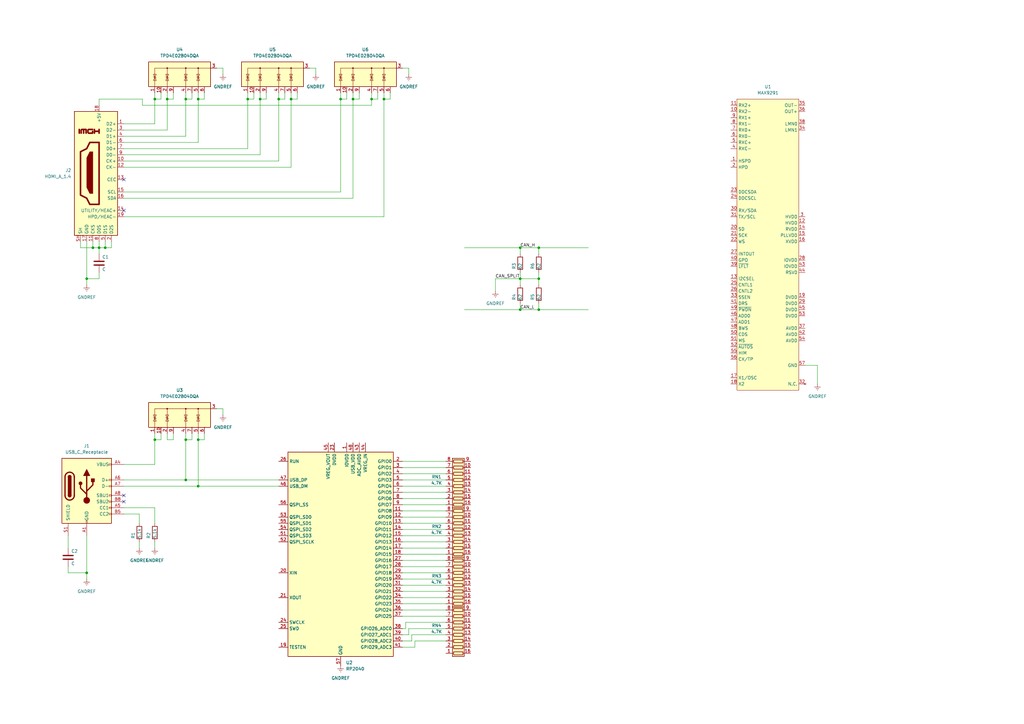
<source format=kicad_sch>
(kicad_sch (version 20230121) (generator eeschema)
  (paper "A3")
  (lib_symbols
    (symbol "Connector:HDMI_A_1.4"
      (property "Reference" "J" (at -6.35 26.67 0))
      (property "Value" "HDMI_A_1.4" (at 10.16 26.67 0))
      (symbol "HDMI_A_1.4_0_0"
        (polyline (pts (xy 8.128 16.51) (xy 8.128 18.034)) (stroke (width 0.635)))
        (polyline (pts (xy 0 16.51) (xy 0 18.034) (xy 0 17.272) (xy 1.905 17.272) (xy 1.905 18.034) (xy 1.905 16.51)) (stroke (width 0.635)))
        (polyline (pts (xy 2.667 18.034) (xy 4.318 18.034) (xy 4.572 17.78) (xy 4.572 16.764) (xy 4.318 16.51) (xy 2.667 16.51) (xy 2.667 17.272)) (stroke (width 0.635)))
      )
      (symbol "HDMI_A_1.4_0_1"
        (rectangle (start -7.62 25.4) (end 10.16 -25.4) (stroke (width 0.254)) (fill (type background)))
        (polyline (pts (xy 2.54 8.89) (xy 3.81 8.89) (xy 5.08 6.35) (xy 5.08 -5.715) (xy 3.81 -8.255) (xy 2.54 -8.255) (xy 2.54 8.89)) (fill (type outline)))
        (polyline (pts (xy 5.334 16.51) (xy 5.334 18.034) (xy 6.35 18.034) (xy 6.35 16.51) (xy 6.35 18.034) (xy 7.112 18.034) (xy 7.366 17.78) (xy 7.366 16.51)) (stroke (width 0.635)))
        (polyline (pts (xy 0 12.7) (xy 0 -12.7) (xy 3.81 -12.7) (xy 5.08 -10.16) (xy 7.62 -8.89) (xy 7.62 8.89) (xy 5.08 10.16) (xy 3.81 12.7) (xy 0 12.7)) (stroke (width 0.635)))
      )
      (symbol "HDMI_A_1.4_1_1"
        (pin passive line (at -10.16 20.32 0) (length 2.54) (name "D2+") (number "1"))
        (pin passive line (at -10.16 5.08 0) (length 2.54) (name "CK+") (number "10"))
        (pin power_in line (at 2.54 -27.94 90) (length 2.54) (name "CKS") (number "11"))
        (pin passive line (at -10.16 2.54 0) (length 2.54) (name "CK-") (number "12"))
        (pin bidirectional line (at -10.16 -2.54 0) (length 2.54) (name "CEC") (number "13"))
        (pin passive line (at -10.16 -15.24 0) (length 2.54) (name "UTILITY/HEAC+") (number "14"))
        (pin passive line (at -10.16 -7.62 0) (length 2.54) (name "SCL") (number "15"))
        (pin bidirectional line (at -10.16 -10.16 0) (length 2.54) (name "SDA") (number "16"))
        (pin power_in line (at 5.08 -27.94 90) (length 2.54) (name "GND") (number "17"))
        (pin power_in line (at 0 27.94 270) (length 2.54) (name "+5V") (number "18"))
        (pin passive line (at -10.16 -17.78 0) (length 2.54) (name "HPD/HEAC-") (number "19"))
        (pin power_in line (at -5.08 -27.94 90) (length 2.54) (name "D2S") (number "2"))
        (pin passive line (at -10.16 17.78 0) (length 2.54) (name "D2-") (number "3"))
        (pin passive line (at -10.16 15.24 0) (length 2.54) (name "D1+") (number "4"))
        (pin power_in line (at -2.54 -27.94 90) (length 2.54) (name "D1S") (number "5"))
        (pin passive line (at -10.16 12.7 0) (length 2.54) (name "D1-") (number "6"))
        (pin passive line (at -10.16 10.16 0) (length 2.54) (name "D0+") (number "7"))
        (pin power_in line (at 0 -27.94 90) (length 2.54) (name "D0S") (number "8"))
        (pin passive line (at -10.16 7.62 0) (length 2.54) (name "D0-") (number "9"))
        (pin passive line (at 7.62 -27.94 90) (length 2.54) (name "SH") (number "SH"))
      )
    )
    (symbol "Device:C" (pin_numbers hide) (pin_names (offset 0.254))
      (property "Reference" "C" (at 0.635 2.54 0))
      (property "Value" "C" (at 0.635 -2.54 0))
      (symbol "C_0_1"
        (polyline (pts (xy -2.032 -0.762) (xy 2.032 -0.762)) (stroke (width 0.508)))
        (polyline (pts (xy -2.032 0.762) (xy 2.032 0.762)) (stroke (width 0.508)))
      )
      (symbol "C_1_1"
        (pin passive line (at 0 3.81 270) (length 2.794) (name "~") (number "1"))
        (pin passive line (at 0 -3.81 90) (length 2.794) (name "~") (number "2"))
      )
    )
    (symbol "Device:R" (pin_numbers hide) (pin_names (offset 0))
      (property "Reference" "R" (at 2.032 0 90))
      (property "Value" "R" (at 0 0 90))
      (symbol "R_0_1"
        (rectangle (start -1.016 -2.54) (end 1.016 2.54) (stroke (width 0.254)))
      )
      (symbol "R_1_1"
        (pin passive line (at 0 3.81 270) (length 1.27) (name "~") (number "1"))
        (pin passive line (at 0 -3.81 90) (length 1.27) (name "~") (number "2"))
      )
    )
    (symbol "Device:R_Pack08" (pin_names (offset 0) hide)
      (property "Reference" "RN" (at -12.7 0 90))
      (property "Value" "R_Pack08" (at 10.16 0 90))
      (symbol "R_Pack08_0_1"
        (rectangle (start -11.43 -2.413) (end 8.89 2.413) (stroke (width 0.254)) (fill (type background)))
        (rectangle (start -10.795 1.905) (end -9.525 -1.905) (stroke (width 0.254)))
        (rectangle (start -8.255 1.905) (end -6.985 -1.905) (stroke (width 0.254)))
        (rectangle (start -5.715 1.905) (end -4.445 -1.905) (stroke (width 0.254)))
        (rectangle (start -3.175 1.905) (end -1.905 -1.905) (stroke (width 0.254)))
        (rectangle (start -0.635 1.905) (end 0.635 -1.905) (stroke (width 0.254)))
        (polyline (pts (xy -10.16 -2.54) (xy -10.16 -1.905)))
        (polyline (pts (xy -10.16 1.905) (xy -10.16 2.54)))
        (polyline (pts (xy -7.62 -2.54) (xy -7.62 -1.905)))
        (polyline (pts (xy -7.62 1.905) (xy -7.62 2.54)))
        (polyline (pts (xy -5.08 -2.54) (xy -5.08 -1.905)))
        (polyline (pts (xy -5.08 1.905) (xy -5.08 2.54)))
        (polyline (pts (xy -2.54 -2.54) (xy -2.54 -1.905)))
        (polyline (pts (xy -2.54 1.905) (xy -2.54 2.54)))
        (polyline (pts (xy 0 -2.54) (xy 0 -1.905)))
        (polyline (pts (xy 0 1.905) (xy 0 2.54)))
        (polyline (pts (xy 2.54 -2.54) (xy 2.54 -1.905)))
        (polyline (pts (xy 2.54 1.905) (xy 2.54 2.54)))
        (polyline (pts (xy 5.08 -2.54) (xy 5.08 -1.905)))
        (polyline (pts (xy 5.08 1.905) (xy 5.08 2.54)))
        (polyline (pts (xy 7.62 -2.54) (xy 7.62 -1.905)))
        (polyline (pts (xy 7.62 1.905) (xy 7.62 2.54)))
        (rectangle (start 1.905 1.905) (end 3.175 -1.905) (stroke (width 0.254)))
        (rectangle (start 4.445 1.905) (end 5.715 -1.905) (stroke (width 0.254)))
        (rectangle (start 6.985 1.905) (end 8.255 -1.905) (stroke (width 0.254)))
      )
      (symbol "R_Pack08_1_1"
        (pin passive line (at -10.16 -5.08 90) (length 2.54) (name "R1.1") (number "1"))
        (pin passive line (at 5.08 5.08 270) (length 2.54) (name "R7.2") (number "10"))
        (pin passive line (at 2.54 5.08 270) (length 2.54) (name "R6.2") (number "11"))
        (pin passive line (at 0 5.08 270) (length 2.54) (name "R5.2") (number "12"))
        (pin passive line (at -2.54 5.08 270) (length 2.54) (name "R4.2") (number "13"))
        (pin passive line (at -5.08 5.08 270) (length 2.54) (name "R3.2") (number "14"))
        (pin passive line (at -7.62 5.08 270) (length 2.54) (name "R2.2") (number "15"))
        (pin passive line (at -10.16 5.08 270) (length 2.54) (name "R1.2") (number "16"))
        (pin passive line (at -7.62 -5.08 90) (length 2.54) (name "R2.1") (number "2"))
        (pin passive line (at -5.08 -5.08 90) (length 2.54) (name "R3.1") (number "3"))
        (pin passive line (at -2.54 -5.08 90) (length 2.54) (name "R4.1") (number "4"))
        (pin passive line (at 0 -5.08 90) (length 2.54) (name "R5.1") (number "5"))
        (pin passive line (at 2.54 -5.08 90) (length 2.54) (name "R6.1") (number "6"))
        (pin passive line (at 5.08 -5.08 90) (length 2.54) (name "R7.1") (number "7"))
        (pin passive line (at 7.62 -5.08 90) (length 2.54) (name "R8.1") (number "8"))
        (pin passive line (at 7.62 5.08 270) (length 2.54) (name "R8.2") (number "9"))
      )
    )
    (symbol "MCU_RaspberryPi:RP2040"
      (property "Reference" "U" (at 17.78 45.72 0))
      (property "Value" "RP2040" (at 17.78 43.18 0))
      (symbol "RP2040_0_1"
        (rectangle (start -21.59 41.91) (end 21.59 -41.91) (stroke (width 0.254)) (fill (type background)))
      )
      (symbol "RP2040_1_1"
        (pin power_in line (at 2.54 45.72 270) (length 3.81) (name "IOVDD") (number "1"))
        (pin passive line (at 2.54 45.72 270) (length 3.81) hide (name "IOVDD") (number "10"))
        (pin bidirectional line (at 25.4 17.78 180) (length 3.81) (name "GPIO8") (number "11"))
        (pin bidirectional line (at 25.4 15.24 180) (length 3.81) (name "GPIO9") (number "12"))
        (pin bidirectional line (at 25.4 12.7 180) (length 3.81) (name "GPIO10") (number "13"))
        (pin bidirectional line (at 25.4 10.16 180) (length 3.81) (name "GPIO11") (number "14"))
        (pin bidirectional line (at 25.4 7.62 180) (length 3.81) (name "GPIO12") (number "15"))
        (pin bidirectional line (at 25.4 5.08 180) (length 3.81) (name "GPIO13") (number "16"))
        (pin bidirectional line (at 25.4 2.54 180) (length 3.81) (name "GPIO14") (number "17"))
        (pin bidirectional line (at 25.4 0 180) (length 3.81) (name "GPIO15") (number "18"))
        (pin input line (at -25.4 -38.1 0) (length 3.81) (name "TESTEN") (number "19"))
        (pin bidirectional line (at 25.4 38.1 180) (length 3.81) (name "GPIO0") (number "2"))
        (pin input line (at -25.4 -7.62 0) (length 3.81) (name "XIN") (number "20"))
        (pin passive line (at -25.4 -17.78 0) (length 3.81) (name "XOUT") (number "21"))
        (pin passive line (at 2.54 45.72 270) (length 3.81) hide (name "IOVDD") (number "22"))
        (pin power_in line (at -2.54 45.72 270) (length 3.81) (name "DVDD") (number "23"))
        (pin input line (at -25.4 -27.94 0) (length 3.81) (name "SWCLK") (number "24"))
        (pin bidirectional line (at -25.4 -30.48 0) (length 3.81) (name "SWD") (number "25"))
        (pin input line (at -25.4 38.1 0) (length 3.81) (name "RUN") (number "26"))
        (pin bidirectional line (at 25.4 -2.54 180) (length 3.81) (name "GPIO16") (number "27"))
        (pin bidirectional line (at 25.4 -5.08 180) (length 3.81) (name "GPIO17") (number "28"))
        (pin bidirectional line (at 25.4 -7.62 180) (length 3.81) (name "GPIO18") (number "29"))
        (pin bidirectional line (at 25.4 35.56 180) (length 3.81) (name "GPIO1") (number "3"))
        (pin bidirectional line (at 25.4 -10.16 180) (length 3.81) (name "GPIO19") (number "30"))
        (pin bidirectional line (at 25.4 -12.7 180) (length 3.81) (name "GPIO20") (number "31"))
        (pin bidirectional line (at 25.4 -15.24 180) (length 3.81) (name "GPIO21") (number "32"))
        (pin passive line (at 2.54 45.72 270) (length 3.81) hide (name "IOVDD") (number "33"))
        (pin bidirectional line (at 25.4 -17.78 180) (length 3.81) (name "GPIO22") (number "34"))
        (pin bidirectional line (at 25.4 -20.32 180) (length 3.81) (name "GPIO23") (number "35"))
        (pin bidirectional line (at 25.4 -22.86 180) (length 3.81) (name "GPIO24") (number "36"))
        (pin bidirectional line (at 25.4 -25.4 180) (length 3.81) (name "GPIO25") (number "37"))
        (pin bidirectional line (at 25.4 -30.48 180) (length 3.81) (name "GPIO26_ADC0") (number "38"))
        (pin bidirectional line (at 25.4 -33.02 180) (length 3.81) (name "GPIO27_ADC1") (number "39"))
        (pin bidirectional line (at 25.4 33.02 180) (length 3.81) (name "GPIO2") (number "4"))
        (pin bidirectional line (at 25.4 -35.56 180) (length 3.81) (name "GPIO28_ADC2") (number "40"))
        (pin bidirectional line (at 25.4 -38.1 180) (length 3.81) (name "GPIO29_ADC3") (number "41"))
        (pin passive line (at 2.54 45.72 270) (length 3.81) hide (name "IOVDD") (number "42"))
        (pin power_in line (at 7.62 45.72 270) (length 3.81) (name "ADC_AVDD") (number "43"))
        (pin power_in line (at 10.16 45.72 270) (length 3.81) (name "VREG_IN") (number "44"))
        (pin power_out line (at -5.08 45.72 270) (length 3.81) (name "VREG_VOUT") (number "45"))
        (pin bidirectional line (at -25.4 27.94 0) (length 3.81) (name "USB_DM") (number "46"))
        (pin bidirectional line (at -25.4 30.48 0) (length 3.81) (name "USB_DP") (number "47"))
        (pin power_in line (at 5.08 45.72 270) (length 3.81) (name "USB_VDD") (number "48"))
        (pin passive line (at 2.54 45.72 270) (length 3.81) hide (name "IOVDD") (number "49"))
        (pin bidirectional line (at 25.4 30.48 180) (length 3.81) (name "GPIO3") (number "5"))
        (pin passive line (at -2.54 45.72 270) (length 3.81) hide (name "DVDD") (number "50"))
        (pin bidirectional line (at -25.4 7.62 0) (length 3.81) (name "QSPI_SD3") (number "51"))
        (pin output line (at -25.4 5.08 0) (length 3.81) (name "QSPI_SCLK") (number "52"))
        (pin bidirectional line (at -25.4 15.24 0) (length 3.81) (name "QSPI_SD0") (number "53"))
        (pin bidirectional line (at -25.4 10.16 0) (length 3.81) (name "QSPI_SD2") (number "54"))
        (pin bidirectional line (at -25.4 12.7 0) (length 3.81) (name "QSPI_SD1") (number "55"))
        (pin bidirectional line (at -25.4 20.32 0) (length 3.81) (name "QSPI_SS") (number "56"))
        (pin power_in line (at 0 -45.72 90) (length 3.81) (name "GND") (number "57"))
        (pin bidirectional line (at 25.4 27.94 180) (length 3.81) (name "GPIO4") (number "6"))
        (pin bidirectional line (at 25.4 25.4 180) (length 3.81) (name "GPIO5") (number "7"))
        (pin bidirectional line (at 25.4 22.86 180) (length 3.81) (name "GPIO6") (number "8"))
        (pin bidirectional line (at 25.4 20.32 180) (length 3.81) (name "GPIO7") (number "9"))
      )
    )
    (symbol "Power_Protection:TPD4E02B04DQA" (pin_names hide)
      (property "Reference" "U" (at 2.54 -11.43 0))
      (property "Value" "TPD4E02B04DQA" (at 7.62 1.905 0))
      (symbol "TPD4E02B04DQA_0_0"
        (pin passive line (at 2.54 -15.24 90) (length 2.54) (name "G") (number "3"))
      )
      (symbol "TPD4E02B04DQA_0_1"
        (rectangle (start -5.08 12.7) (end 5.08 -12.7) (stroke (width 0.254)) (fill (type background)))
        (polyline (pts (xy -5.08 -7.62) (xy 2.54 -7.62)))
        (polyline (pts (xy -5.08 -2.54) (xy 2.54 -2.54)))
        (polyline (pts (xy -5.08 5.08) (xy 2.54 5.08)))
        (polyline (pts (xy -5.08 10.16) (xy 2.54 10.16)))
        (polyline (pts (xy 2.54 10.16) (xy 2.54 -12.7)) (stroke (width 0.1524)))
        (polyline (pts (xy -1.27 -7.62) (xy 0 -8.255) (xy 0 -6.985) (xy -1.27 -7.62)))
        (polyline (pts (xy -1.27 -2.54) (xy 0 -3.175) (xy 0 -1.905) (xy -1.27 -2.54)))
        (polyline (pts (xy -1.27 5.08) (xy 0 4.445) (xy 0 5.715) (xy -1.27 5.08)))
        (polyline (pts (xy -1.27 10.16) (xy 0 9.525) (xy 0 10.795) (xy -1.27 10.16)))
        (circle (center 2.54 -7.62) (radius 0.254) (fill (type outline)))
        (circle (center 2.54 -2.54) (radius 0.254) (fill (type outline)))
        (circle (center 2.54 5.08) (radius 0.254) (fill (type outline)))
      )
      (symbol "TPD4E02B04DQA_1_1"
        (polyline (pts (xy -1.524 -8.255) (xy -1.27 -8.001) (xy -1.27 -7.239) (xy -1.016 -6.985)))
        (polyline (pts (xy -1.524 -3.175) (xy -1.27 -2.921) (xy -1.27 -2.159) (xy -1.016 -1.905)))
        (polyline (pts (xy -1.524 4.445) (xy -1.27 4.699) (xy -1.27 5.461) (xy -1.016 5.715)))
        (polyline (pts (xy -1.524 9.525) (xy -1.27 9.779) (xy -1.27 10.541) (xy -1.016 10.795)))
        (polyline (pts (xy -1.27 -7.62) (xy -2.54 -8.255) (xy -2.54 -6.985) (xy -1.27 -7.62)))
        (polyline (pts (xy -1.27 -2.54) (xy -2.54 -3.175) (xy -2.54 -1.905) (xy -1.27 -2.54)))
        (polyline (pts (xy -1.27 5.08) (xy -2.54 4.445) (xy -2.54 5.715) (xy -1.27 5.08)))
        (polyline (pts (xy -1.27 10.16) (xy -2.54 9.525) (xy -2.54 10.795) (xy -1.27 10.16)))
        (pin passive line (at -7.62 10.16 0) (length 2.54) (name "IO1") (number "1"))
        (pin free line (at -7.62 7.62 0) (length 2.54) (name "NC") (number "10"))
        (pin passive line (at -7.62 5.08 0) (length 2.54) (name "IO2") (number "2"))
        (pin passive line (at -7.62 -2.54 0) (length 2.54) (name "IO3") (number "4"))
        (pin passive line (at -7.62 -7.62 0) (length 2.54) (name "IO4") (number "5"))
        (pin free line (at -7.62 -10.16 0) (length 2.54) (name "NC") (number "6"))
        (pin free line (at -7.62 -5.08 0) (length 2.54) (name "NC") (number "7"))
        (pin passive line (at 2.54 -15.24 90) (length 2.54) hide (name "G") (number "8"))
        (pin free line (at -7.62 2.54 0) (length 2.54) (name "NC") (number "9"))
      )
    )
    (symbol "ProjectSpecifics:MAX9291GTN/V+"
      (property "Reference" "U" (at -11.43 41.91 0))
      (property "Value" "MAX9291" (at -7.62 -80.01 0))
      (symbol "MAX9291GTN/V+_1_0"
        (pin input line (at -15.24 -73.66 0) (length 2.54) (name "X1/OSC") (number "17"))
        (pin input line (at -15.24 -76.2 0) (length 2.54) (name "X2") (number "18"))
        (pin power_in line (at 15.24 -40.64 180) (length 2.54) (name "DVDD") (number "19"))
        (pin bidirectional line (at -15.24 -12.7 0) (length 2.54) (name "SD") (number "20"))
        (pin bidirectional line (at -15.24 -15.24 0) (length 2.54) (name "SCK") (number "21"))
        (pin bidirectional line (at -15.24 -17.78 0) (length 2.54) (name "WS") (number "22"))
        (pin bidirectional line (at -15.24 2.54 0) (length 2.54) (name "DDCSDA") (number "23"))
        (pin bidirectional line (at -15.24 0 0) (length 2.54) (name "DDCSCL") (number "24"))
        (pin input line (at -15.24 -35.56 0) (length 2.54) (name "CNTL1") (number "25"))
        (pin input line (at -15.24 -38.1 0) (length 2.54) (name "CNTL2") (number "26"))
        (pin output line (at -15.24 -22.86 0) (length 2.54) (name "INTOUT") (number "27"))
        (pin power_in line (at 15.24 -25.4 180) (length 2.54) (name "IOVDD") (number "28"))
        (pin power_in line (at 15.24 -43.18 180) (length 2.54) (name "DVDD") (number "29"))
        (pin bidirectional line (at -15.24 -5.08 0) (length 2.54) (name "RX/SDA") (number "30"))
        (pin bidirectional line (at -15.24 -7.62 0) (length 2.54) (name "TX/SCL") (number "31"))
        (pin no_connect line (at 15.24 -76.2 180) (length 2.54) (name "N.C.") (number "32"))
        (pin input line (at -15.24 -40.64 0) (length 2.54) (name "SSEN") (number "33"))
        (pin input line (at 15.24 27.94 180) (length 2.54) (name "LMN1") (number "34"))
        (pin output line (at 15.24 38.1 180) (length 2.54) (name "OUT-") (number "35"))
        (pin output line (at 15.24 35.56 180) (length 2.54) (name "OUT+") (number "36"))
        (pin power_in line (at 15.24 -53.34 180) (length 2.54) (name "AVDD") (number "37"))
        (pin input line (at 15.24 30.48 180) (length 2.54) (name "LMN0") (number "38"))
        (pin open_collector line (at -15.24 -27.94 0) (length 2.54) (name "~{LFLT}") (number "39"))
        (pin output line (at -15.24 -25.4 0) (length 2.54) (name "GPO") (number "40"))
        (pin input line (at -15.24 -43.18 0) (length 2.54) (name "DRS") (number "41"))
        (pin power_in line (at 15.24 -55.88 180) (length 2.54) (name "AVDD") (number "42"))
        (pin power_in line (at 15.24 -27.94 180) (length 2.54) (name "IOVDD") (number "43"))
        (pin input line (at 15.24 -30.48 180) (length 2.54) (name "RSVD") (number "44"))
        (pin power_in line (at 15.24 -45.72 180) (length 2.54) (name "DVDD") (number "45"))
        (pin input line (at -15.24 -48.26 0) (length 2.54) (name "ADD0") (number "46"))
        (pin input line (at -15.24 -50.8 0) (length 2.54) (name "ADD1") (number "47"))
        (pin input line (at -15.24 -53.34 0) (length 2.54) (name "BWS") (number "48"))
        (pin input line (at -15.24 -45.72 0) (length 2.54) (name "~{PWDN}") (number "49"))
        (pin input line (at -15.24 -55.88 0) (length 2.54) (name "CDS") (number "50"))
        (pin input line (at -15.24 -58.42 0) (length 2.54) (name "MS") (number "51"))
        (pin input line (at -15.24 -60.96 0) (length 2.54) (name "~{AUTOS}") (number "52"))
        (pin power_in line (at 15.24 -48.26 180) (length 2.54) (name "DVDD") (number "53"))
        (pin power_in line (at 15.24 -58.42 180) (length 2.54) (name "AVDD") (number "54"))
        (pin input line (at -15.24 -63.5 0) (length 2.54) (name "HIM") (number "55"))
        (pin input line (at -15.24 -66.04 0) (length 2.54) (name "CX/TP") (number "56"))
        (pin power_out line (at 15.24 -68.58 180) (length 2.54) (name "GND") (number "57"))
      )
      (symbol "MAX9291GTN/V+_1_1"
        (rectangle (start -12.7 40.64) (end 12.7 -78.74) (fill (type background)))
        (pin input line (at -15.24 15.24 0) (length 2.54) (name "HSPD") (number "1"))
        (pin input line (at -15.24 35.56 0) (length 2.54) (name "RX2-") (number "10"))
        (pin input line (at -15.24 38.1 0) (length 2.54) (name "RX2+") (number "11"))
        (pin power_in line (at 15.24 -10.16 180) (length 2.54) (name "HVDD") (number "12"))
        (pin input line (at -15.24 -33.02 0) (length 2.54) (name "I2CSEL") (number "13"))
        (pin power_in line (at 15.24 -12.7 180) (length 2.54) (name "RVDD") (number "14"))
        (pin power_in line (at 15.24 -15.24 180) (length 2.54) (name "PLLVDD") (number "15"))
        (pin power_in line (at 15.24 -17.78 180) (length 2.54) (name "XVDD") (number "16"))
        (pin output line (at -15.24 12.7 0) (length 2.54) (name "HPD") (number "2"))
        (pin power_in line (at 15.24 -7.62 180) (length 2.54) (name "HVDD") (number "3"))
        (pin input line (at -15.24 20.32 0) (length 2.54) (name "RXC-") (number "4"))
        (pin input line (at -15.24 22.86 0) (length 2.54) (name "RXC+") (number "5"))
        (pin input line (at -15.24 25.4 0) (length 2.54) (name "RX0-") (number "6"))
        (pin input line (at -15.24 27.94 0) (length 2.54) (name "RX0+") (number "7"))
        (pin input line (at -15.24 30.48 0) (length 2.54) (name "RX1-") (number "8"))
        (pin input line (at -15.24 33.02 0) (length 2.54) (name "RX1+") (number "9"))
      )
    )
    (symbol "ProjectSpecifics:USB_C_Receptacle" (pin_names (offset 1.016))
      (property "Reference" "J" (at -10.16 12.7 0))
      (property "Value" "USB_C_Receptacle" (at 19.05 12.7 0))
      (symbol "USB_C_Receptacle_0_0"
        (rectangle (start -0.254 -15.24) (end 0.254 -14.224))
        (rectangle (start 9.144 -11.176) (end 10.16 -11.684))
        (rectangle (start 9.144 -8.636) (end 10.16 -9.144))
        (rectangle (start 9.144 -6.096) (end 10.16 -6.604))
        (rectangle (start 9.144 -3.556) (end 10.16 -4.064))
        (rectangle (start 10.16 0.254) (end 9.144 -0.254))
        (rectangle (start 10.16 2.794) (end 9.144 2.286))
        (rectangle (start 10.16 9.144) (end 9.144 8.636))
      )
      (symbol "USB_C_Receptacle_0_1"
        (rectangle (start -10.16 11.43) (end 10.16 -15.24) (stroke (width 0.254)) (fill (type background)))
        (arc (start -8.89 -3.81) (mid -6.985 -5.7067) (end -5.08 -3.81) (stroke (width 0.508)))
        (arc (start -7.62 -3.81) (mid -6.985 -4.4423) (end -6.35 -3.81) (stroke (width 0.254)))
        (arc (start -7.62 -3.81) (mid -6.985 -4.4423) (end -6.35 -3.81) (stroke (width 0.254)) (fill (type outline)))
        (rectangle (start -7.62 -3.81) (end -6.35 3.81) (stroke (width 0.254)) (fill (type outline)))
        (arc (start -6.35 3.81) (mid -6.985 4.4423) (end -7.62 3.81) (stroke (width 0.254)))
        (arc (start -6.35 3.81) (mid -6.985 4.4423) (end -7.62 3.81) (stroke (width 0.254)) (fill (type outline)))
        (arc (start -5.08 3.81) (mid -6.985 5.7067) (end -8.89 3.81) (stroke (width 0.508)))
        (circle (center -2.54 1.143) (radius 0.635) (stroke (width 0.254)) (fill (type outline)))
        (circle (center 0 -5.842) (radius 1.27) (fill (type outline)))
        (polyline (pts (xy -8.89 -3.81) (xy -8.89 3.81)) (stroke (width 0.508)))
        (polyline (pts (xy -5.08 3.81) (xy -5.08 -3.81)) (stroke (width 0.508)))
        (polyline (pts (xy 0 -5.842) (xy 0 4.318)) (stroke (width 0.508)))
        (polyline (pts (xy 0 -3.302) (xy -2.54 -0.762) (xy -2.54 0.508)) (stroke (width 0.508)))
        (polyline (pts (xy 0 -2.032) (xy 2.54 0.508) (xy 2.54 1.778)) (stroke (width 0.508)))
        (polyline (pts (xy -1.27 4.318) (xy 0 6.858) (xy 1.27 4.318) (xy -1.27 4.318)) (stroke (width 0.254)) (fill (type outline)))
        (rectangle (start 1.905 1.778) (end 3.175 3.048) (stroke (width 0.254)) (fill (type outline)))
      )
      (symbol "USB_C_Receptacle_1_1"
        (pin passive line (at 0 -20.32 90) (length 5.08) (name "GND") (number "A1"))
        (pin passive line (at 0 -20.32 90) (length 5.08) hide (name "GND") (number "A12"))
        (pin power_in line (at 15.24 8.89 180) (length 5.08) (name "VBUS") (number "A4"))
        (pin bidirectional line (at 15.24 -8.89 180) (length 5.08) (name "CC1") (number "A5"))
        (pin bidirectional line (at 15.24 2.54 180) (length 5.08) (name "D+") (number "A6"))
        (pin bidirectional line (at 15.24 0 180) (length 5.08) (name "D-") (number "A7"))
        (pin bidirectional line (at 15.24 -3.81 180) (length 5.08) (name "SBU1") (number "A8"))
        (pin power_in line (at 15.24 8.89 180) (length 5.08) hide (name "VBUS") (number "A9"))
        (pin passive line (at 0 -20.32 90) (length 5.08) hide (name "GND") (number "B1"))
        (pin passive line (at 0 -20.32 90) (length 5.08) hide (name "GND") (number "B12"))
        (pin power_in line (at 15.24 8.89 180) (length 5.08) hide (name "VBUS") (number "B4"))
        (pin bidirectional line (at 15.24 -11.43 180) (length 5.08) (name "CC2") (number "B5"))
        (pin bidirectional line (at 15.24 2.54 180) (length 5.08) hide (name "D+") (number "B6"))
        (pin bidirectional line (at 15.24 0 180) (length 5.08) hide (name "D-") (number "B7"))
        (pin bidirectional line (at 15.24 -6.35 180) (length 5.08) (name "SBU2") (number "B8"))
        (pin power_in line (at 15.24 8.89 180) (length 5.08) hide (name "VBUS") (number "B9"))
        (pin passive line (at -7.62 -20.32 90) (length 5.08) (name "SHIELD") (number "S1"))
      )
    )
    (symbol "power:GNDREF" (power) (pin_names (offset 0))
      (property "Value" "GNDREF" (at 0 -3.81 0))
      (symbol "GNDREF_0_1"
        (polyline (pts (xy -0.635 -1.905) (xy 0.635 -1.905)))
        (polyline (pts (xy -0.127 -2.54) (xy 0.127 -2.54)))
        (polyline (pts (xy 0 -1.27) (xy 0 0)))
        (polyline (pts (xy 1.27 -1.27) (xy -1.27 -1.27)))
      )
      (symbol "GNDREF_1_1"
        (pin power_in line (at 0 0 270) (length 0) hide (name "GNDREF") (number "1"))
      )
    )
  )
  (junction (at 213.36 101.6))
  (junction (at 152.4 40.64))
  (junction (at 213.36 127))
  (junction (at 101.6 40.64))
  (junction (at 76.2 180.34))
  (junction (at 81.28 180.34))
  (junction (at 76.2 196.85))
  (junction (at 220.98 101.6))
  (junction (at 81.28 40.64))
  (junction (at 40.64 101.6))
  (junction (at 68.58 40.64))
  (junction (at 157.48 40.64))
  (junction (at 76.2 40.64))
  (junction (at 119.38 40.64))
  (junction (at 213.36 114.3))
  (junction (at 139.7 40.64))
  (junction (at 38.1 101.6))
  (junction (at 43.18 101.6))
  (junction (at 63.5 40.64))
  (junction (at 106.68 40.64))
  (junction (at 35.56 114.3))
  (junction (at 63.5 180.34))
  (junction (at 220.98 127))
  (junction (at 144.78 40.64))
  (junction (at 35.56 234.95))
  (junction (at 81.28 199.39))
  (junction (at 114.3 40.64))
  (junction (at 220.98 114.3))
  (no_connect (at 50.8 203.2))
  (no_connect (at 50.8 205.74))
  (no_connect (at 50.8 73.66))
  (no_connect (at 50.8 86.36))
  (wire (pts (xy 157.48 88.9) (xy 157.48 40.64)))
  (wire (pts (xy 27.94 234.95) (xy 35.56 234.95)))
  (wire (pts (xy 165.1 260.35) (xy 167.64 260.35)))
  (wire (pts (xy 68.58 40.64) (xy 71.12 40.64)))
  (wire (pts (xy 43.18 101.6) (xy 45.72 101.6)))
  (wire (pts (xy 182.88 209.55) (xy 165.1 209.55)))
  (wire (pts (xy 182.88 217.17) (xy 165.1 217.17)))
  (wire (pts (xy 330.2 149.86) (xy 335.28 149.86)))
  (wire (pts (xy 152.4 40.64) (xy 154.94 40.64)))
  (wire (pts (xy 50.8 66.04) (xy 114.3 66.04)))
  (wire (pts (xy 182.88 245.11) (xy 165.1 245.11)))
  (wire (pts (xy 101.6 60.96) (xy 101.6 40.64)))
  (wire (pts (xy 167.64 27.94) (xy 165.1 27.94)))
  (wire (pts (xy 182.88 234.95) (xy 165.1 234.95)))
  (wire (pts (xy 109.22 40.64) (xy 109.22 38.1)))
  (wire (pts (xy 66.04 180.34) (xy 63.5 180.34)))
  (wire (pts (xy 81.28 58.42) (xy 81.28 40.64)))
  (wire (pts (xy 91.44 170.18) (xy 91.44 167.64)))
  (wire (pts (xy 35.56 116.84) (xy 35.56 114.3)))
  (wire (pts (xy 114.3 38.1) (xy 114.3 40.64)))
  (wire (pts (xy 152.4 43.18) (xy 152.4 40.64)))
  (wire (pts (xy 182.88 194.31) (xy 165.1 194.31)))
  (wire (pts (xy 157.48 40.64) (xy 160.02 40.64)))
  (wire (pts (xy 220.98 127) (xy 213.36 127)))
  (wire (pts (xy 182.88 207.01) (xy 165.1 207.01)))
  (wire (pts (xy 213.36 114.3) (xy 220.98 114.3)))
  (wire (pts (xy 50.8 196.85) (xy 76.2 196.85)))
  (wire (pts (xy 78.74 180.34) (xy 78.74 177.8)))
  (wire (pts (xy 119.38 40.64) (xy 121.92 40.64)))
  (wire (pts (xy 91.44 167.64) (xy 88.9 167.64)))
  (wire (pts (xy 144.78 38.1) (xy 144.78 40.64)))
  (wire (pts (xy 33.02 99.06) (xy 33.02 101.6)))
  (wire (pts (xy 50.8 55.88) (xy 76.2 55.88)))
  (wire (pts (xy 129.54 27.94) (xy 127 27.94)))
  (wire (pts (xy 160.02 40.64) (xy 160.02 38.1)))
  (wire (pts (xy 190.5 127) (xy 213.36 127)))
  (wire (pts (xy 38.1 99.06) (xy 38.1 101.6)))
  (wire (pts (xy 50.8 190.5) (xy 63.5 190.5)))
  (wire (pts (xy 220.98 127) (xy 241.3 127)))
  (wire (pts (xy 114.3 66.04) (xy 114.3 40.64)))
  (wire (pts (xy 213.36 111.76) (xy 213.36 114.3)))
  (wire (pts (xy 182.88 242.57) (xy 165.1 242.57)))
  (wire (pts (xy 182.88 196.85) (xy 165.1 196.85)))
  (wire (pts (xy 144.78 81.28) (xy 144.78 40.64)))
  (wire (pts (xy 167.64 257.81) (xy 182.88 257.81)))
  (wire (pts (xy 101.6 40.64) (xy 104.14 40.64)))
  (wire (pts (xy 83.82 180.34) (xy 83.82 177.8)))
  (wire (pts (xy 190.5 101.6) (xy 213.36 101.6)))
  (wire (pts (xy 78.74 40.64) (xy 78.74 38.1)))
  (wire (pts (xy 165.1 257.81) (xy 166.37 257.81)))
  (wire (pts (xy 50.8 68.58) (xy 119.38 68.58)))
  (wire (pts (xy 182.88 250.19) (xy 165.1 250.19)))
  (wire (pts (xy 76.2 180.34) (xy 76.2 196.85)))
  (wire (pts (xy 76.2 196.85) (xy 114.3 196.85)))
  (wire (pts (xy 33.02 101.6) (xy 38.1 101.6)))
  (wire (pts (xy 104.14 40.64) (xy 104.14 38.1)))
  (wire (pts (xy 68.58 177.8) (xy 68.58 180.34)))
  (wire (pts (xy 81.28 199.39) (xy 114.3 199.39)))
  (wire (pts (xy 50.8 60.96) (xy 101.6 60.96)))
  (wire (pts (xy 106.68 38.1) (xy 106.68 40.64)))
  (wire (pts (xy 66.04 177.8) (xy 66.04 180.34)))
  (wire (pts (xy 50.8 199.39) (xy 81.28 199.39)))
  (wire (pts (xy 220.98 101.6) (xy 213.36 101.6)))
  (wire (pts (xy 182.88 214.63) (xy 165.1 214.63)))
  (wire (pts (xy 35.56 234.95) (xy 35.56 237.49)))
  (wire (pts (xy 182.88 227.33) (xy 165.1 227.33)))
  (wire (pts (xy 38.1 101.6) (xy 40.64 101.6)))
  (wire (pts (xy 157.48 38.1) (xy 157.48 40.64)))
  (wire (pts (xy 170.18 265.43) (xy 170.18 262.89)))
  (wire (pts (xy 213.36 124.46) (xy 213.36 127)))
  (wire (pts (xy 76.2 40.64) (xy 78.74 40.64)))
  (wire (pts (xy 182.88 247.65) (xy 165.1 247.65)))
  (wire (pts (xy 81.28 38.1) (xy 81.28 40.64)))
  (wire (pts (xy 27.94 232.41) (xy 27.94 234.95)))
  (wire (pts (xy 81.28 177.8) (xy 81.28 180.34)))
  (wire (pts (xy 142.24 40.64) (xy 142.24 38.1)))
  (wire (pts (xy 50.8 53.34) (xy 68.58 53.34)))
  (wire (pts (xy 50.8 50.8) (xy 63.5 50.8)))
  (wire (pts (xy 81.28 180.34) (xy 81.28 199.39)))
  (wire (pts (xy 50.8 81.28) (xy 144.78 81.28)))
  (wire (pts (xy 40.64 99.06) (xy 40.64 101.6)))
  (wire (pts (xy 220.98 101.6) (xy 241.3 101.6)))
  (wire (pts (xy 152.4 38.1) (xy 152.4 40.64)))
  (wire (pts (xy 40.64 40.64) (xy 58.42 40.64)))
  (wire (pts (xy 129.54 30.48) (xy 129.54 27.94)))
  (wire (pts (xy 68.58 38.1) (xy 68.58 40.64)))
  (wire (pts (xy 40.64 101.6) (xy 40.64 104.14)))
  (wire (pts (xy 50.8 210.82) (xy 57.15 210.82)))
  (wire (pts (xy 182.88 237.49) (xy 165.1 237.49)))
  (wire (pts (xy 35.56 219.71) (xy 35.56 234.95)))
  (wire (pts (xy 182.88 189.23) (xy 165.1 189.23)))
  (wire (pts (xy 119.38 38.1) (xy 119.38 40.64)))
  (wire (pts (xy 335.28 149.86) (xy 335.28 157.48)))
  (wire (pts (xy 182.88 232.41) (xy 165.1 232.41)))
  (wire (pts (xy 66.04 38.1) (xy 66.04 40.64)))
  (wire (pts (xy 57.15 210.82) (xy 57.15 214.63)))
  (wire (pts (xy 40.64 101.6) (xy 43.18 101.6)))
  (wire (pts (xy 213.36 104.14) (xy 213.36 101.6)))
  (wire (pts (xy 220.98 124.46) (xy 220.98 127)))
  (wire (pts (xy 68.58 53.34) (xy 68.58 40.64)))
  (wire (pts (xy 91.44 27.94) (xy 88.9 27.94)))
  (wire (pts (xy 106.68 63.5) (xy 106.68 40.64)))
  (wire (pts (xy 76.2 177.8) (xy 76.2 180.34)))
  (wire (pts (xy 63.5 224.79) (xy 63.5 222.25)))
  (wire (pts (xy 139.7 40.64) (xy 142.24 40.64)))
  (wire (pts (xy 76.2 38.1) (xy 76.2 40.64)))
  (wire (pts (xy 81.28 180.34) (xy 83.82 180.34)))
  (wire (pts (xy 101.6 38.1) (xy 101.6 40.64)))
  (wire (pts (xy 147.32 40.64) (xy 147.32 38.1)))
  (wire (pts (xy 182.88 212.09) (xy 165.1 212.09)))
  (wire (pts (xy 182.88 199.39) (xy 165.1 199.39)))
  (wire (pts (xy 50.8 208.28) (xy 63.5 208.28)))
  (wire (pts (xy 63.5 40.64) (xy 63.5 38.1)))
  (wire (pts (xy 170.18 262.89) (xy 182.88 262.89)))
  (wire (pts (xy 57.15 224.79) (xy 57.15 222.25)))
  (wire (pts (xy 91.44 30.48) (xy 91.44 27.94)))
  (wire (pts (xy 154.94 40.64) (xy 154.94 38.1)))
  (wire (pts (xy 83.82 40.64) (xy 83.82 38.1)))
  (wire (pts (xy 63.5 50.8) (xy 63.5 40.64)))
  (wire (pts (xy 40.64 114.3) (xy 35.56 114.3)))
  (wire (pts (xy 114.3 40.64) (xy 116.84 40.64)))
  (wire (pts (xy 63.5 177.8) (xy 63.5 180.34)))
  (wire (pts (xy 119.38 68.58) (xy 119.38 40.64)))
  (wire (pts (xy 27.94 219.71) (xy 27.94 224.79)))
  (wire (pts (xy 182.88 204.47) (xy 165.1 204.47)))
  (wire (pts (xy 182.88 219.71) (xy 165.1 219.71)))
  (wire (pts (xy 165.1 262.89) (xy 168.91 262.89)))
  (wire (pts (xy 81.28 40.64) (xy 83.82 40.64)))
  (wire (pts (xy 40.64 111.76) (xy 40.64 114.3)))
  (wire (pts (xy 182.88 191.77) (xy 165.1 191.77)))
  (wire (pts (xy 66.04 40.64) (xy 63.5 40.64)))
  (wire (pts (xy 220.98 114.3) (xy 220.98 116.84)))
  (wire (pts (xy 50.8 78.74) (xy 139.7 78.74)))
  (wire (pts (xy 166.37 257.81) (xy 166.37 255.27)))
  (wire (pts (xy 167.64 30.48) (xy 167.64 27.94)))
  (wire (pts (xy 203.2 114.3) (xy 203.2 119.38)))
  (wire (pts (xy 116.84 40.64) (xy 116.84 38.1)))
  (wire (pts (xy 182.88 229.87) (xy 165.1 229.87)))
  (wire (pts (xy 106.68 40.64) (xy 109.22 40.64)))
  (wire (pts (xy 182.88 240.03) (xy 165.1 240.03)))
  (wire (pts (xy 167.64 260.35) (xy 167.64 257.81)))
  (wire (pts (xy 220.98 104.14) (xy 220.98 101.6)))
  (wire (pts (xy 76.2 55.88) (xy 76.2 40.64)))
  (wire (pts (xy 58.42 43.18) (xy 152.4 43.18)))
  (wire (pts (xy 139.7 78.74) (xy 139.7 40.64)))
  (wire (pts (xy 45.72 101.6) (xy 45.72 99.06)))
  (wire (pts (xy 121.92 40.64) (xy 121.92 38.1)))
  (wire (pts (xy 40.64 43.18) (xy 40.64 40.64)))
  (wire (pts (xy 220.98 111.76) (xy 220.98 114.3)))
  (wire (pts (xy 213.36 114.3) (xy 213.36 116.84)))
  (wire (pts (xy 63.5 208.28) (xy 63.5 214.63)))
  (wire (pts (xy 43.18 99.06) (xy 43.18 101.6)))
  (wire (pts (xy 63.5 180.34) (xy 63.5 190.5)))
  (wire (pts (xy 71.12 180.34) (xy 71.12 177.8)))
  (wire (pts (xy 50.8 58.42) (xy 81.28 58.42)))
  (wire (pts (xy 76.2 180.34) (xy 78.74 180.34)))
  (wire (pts (xy 182.88 222.25) (xy 165.1 222.25)))
  (wire (pts (xy 35.56 114.3) (xy 35.56 99.06)))
  (wire (pts (xy 139.7 38.1) (xy 139.7 40.64)))
  (wire (pts (xy 50.8 63.5) (xy 106.68 63.5)))
  (wire (pts (xy 182.88 252.73) (xy 165.1 252.73)))
  (wire (pts (xy 165.1 265.43) (xy 170.18 265.43)))
  (wire (pts (xy 182.88 224.79) (xy 165.1 224.79)))
  (wire (pts (xy 213.36 114.3) (xy 203.2 114.3)))
  (wire (pts (xy 182.88 201.93) (xy 165.1 201.93)))
  (wire (pts (xy 168.91 262.89) (xy 168.91 260.35)))
  (wire (pts (xy 71.12 40.64) (xy 71.12 38.1)))
  (wire (pts (xy 58.42 40.64) (xy 58.42 43.18)))
  (wire (pts (xy 68.58 180.34) (xy 71.12 180.34)))
  (wire (pts (xy 166.37 255.27) (xy 182.88 255.27)))
  (wire (pts (xy 144.78 40.64) (xy 147.32 40.64)))
  (wire (pts (xy 168.91 260.35) (xy 182.88 260.35)))
  (wire (pts (xy 50.8 88.9) (xy 157.48 88.9)))
  (label "CAN_L" (at 213.36 127 0))
  (label "CAN_SPLIT" (at 203.2 114.3 0))
  (label "CAN_H" (at 213.36 101.6 0))
  (symbol (lib_id "Device:R") (at 220.98 107.95 0) (unit 1)
    (property "Reference" "R6" (at 218.44 110.49 90) (effects (justify left)))
    (property "Value" "62" (at 220.98 110.49 90) (effects (justify left)))
    (property "Footprint" "Resistor_SMD:R_0402_1005Metric" (effects hide))
  )
  (symbol (lib_id "Power_Protection:TPD4E02B04DQA") (at 73.66 30.48 90) (unit 1)
    (property "Reference" "U4" (at 73.66 20.32 90))
    (property "Value" "TPD4E02B04DQA" (at 73.66 22.86 90))
    (property "Footprint" "Package_SON:USON-10_2.5x1.0mm_P0.5mm" (effects hide))
    (property "Datasheet" "http://www.ti.com/lit/ds/symlink/tpd4e02b04.pdf" (effects hide))
  )
  (symbol (lib_id "Power_Protection:TPD4E02B04DQA") (at 73.66 170.18 90) (unit 1)
    (property "Reference" "U3" (at 73.66 160.02 90))
    (property "Value" "TPD4E02B04DQA" (at 73.66 162.56 90))
    (property "Footprint" "Package_SON:USON-10_2.5x1.0mm_P0.5mm" (effects hide))
    (property "Datasheet" "http://www.ti.com/lit/ds/symlink/tpd4e02b04.pdf" (effects hide))
  )
  (symbol (lib_id "power:GNDREF") (at 139.7 273.05 0) (unit 1)
    (property "Reference" "#PWR09" (effects hide))
    (property "Value" "GNDREF" (at 139.7 278.13 0))
  )
  (symbol (lib_id "Device:C") (at 40.64 107.95 0) (unit 1)
    (property "Reference" "C1" (at 41.91 105.41 0) (effects (justify left)))
    (property "Value" "C" (at 41.91 110.49 0) (effects (justify left)))
    (property "Footprint" "Capacitor_SMD:C_0603_1608Metric" (effects hide))
  )
  (symbol (lib_id "power:GNDREF") (at 91.44 170.18 0) (unit 1)
    (property "Reference" "#PWR08" (effects hide))
    (property "Value" "GNDREF" (at 91.44 175.26 0))
  )
  (symbol (lib_id "Device:R") (at 213.36 120.65 0) (unit 1)
    (property "Reference" "R4" (at 210.82 123.19 90) (effects (justify left)))
    (property "Value" "62" (at 213.36 123.19 90) (effects (justify left)))
    (property "Footprint" "Resistor_SMD:R_0402_1005Metric" (effects hide))
  )
  (symbol (lib_id "Device:R_Pack08") (at 187.96 257.81 270) (mirror x) (unit 1)
    (property "Reference" "RN4" (at 179.07 256.54 90))
    (property "Value" "4.7K" (at 179.07 259.08 90))
    (property "Footprint" "ProjectSpecifics:Yageo_YC248" (effects hide))
    (property "PartNumber" "YC248-JR-074K7L" (effects hide))
  )
  (symbol (lib_id "Device:R") (at 63.5 218.44 0) (unit 1)
    (property "Reference" "R2" (at 60.96 220.98 90) (effects (justify left)))
    (property "Value" "5.1k" (at 63.5 220.98 90) (effects (justify left)))
    (property "Footprint" "Resistor_SMD:R_0402_1005Metric" (effects hide))
  )
  (symbol (lib_id "Device:R") (at 57.15 218.44 0) (unit 1)
    (property "Reference" "R1" (at 54.61 220.98 90) (effects (justify left)))
    (property "Value" "5.1k" (at 57.15 220.98 90) (effects (justify left)))
    (property "Footprint" "Resistor_SMD:R_0402_1005Metric" (effects hide))
  )
  (symbol (lib_id "power:GNDREF") (at 91.44 30.48 0) (unit 1)
    (property "Reference" "#PWR02" (effects hide))
    (property "Value" "GNDREF" (at 91.44 35.56 0))
  )
  (symbol (lib_id "power:GNDREF") (at 57.15 224.79 0) (unit 1)
    (property "Reference" "#PWR06" (effects hide))
    (property "Value" "GNDREF" (at 57.15 229.87 0))
  )
  (symbol (lib_id "Device:R") (at 220.98 120.65 0) (unit 1)
    (property "Reference" "R5" (at 218.44 123.19 90) (effects (justify left)))
    (property "Value" "62" (at 220.98 123.19 90) (effects (justify left)))
    (property "Footprint" "Resistor_SMD:R_0402_1005Metric" (effects hide))
  )
  (symbol (lib_id "power:GNDREF") (at 63.5 224.79 0) (unit 1)
    (property "Reference" "#PWR07" (effects hide))
    (property "Value" "GNDREF" (at 63.5 229.87 0))
  )
  (symbol (lib_id "Device:R_Pack08") (at 187.96 237.49 270) (mirror x) (unit 1)
    (property "Reference" "RN3" (at 179.07 236.22 90))
    (property "Value" "4.7K" (at 179.07 238.76 90))
    (property "Footprint" "ProjectSpecifics:Yageo_YC248" (effects hide))
    (property "PartNumber" "YC248-JR-074K7L" (effects hide))
  )
  (symbol (lib_id "power:GNDREF") (at 129.54 30.48 0) (unit 1)
    (property "Reference" "#PWR03" (effects hide))
    (property "Value" "GNDREF" (at 129.54 35.56 0))
  )
  (symbol (lib_id "power:GNDREF") (at 203.2 119.38 0) (unit 1)
    (property "Reference" "#PWR011" (effects hide))
    (property "Value" "GNDREF" (at 203.2 124.46 0))
  )
  (symbol (lib_id "Power_Protection:TPD4E02B04DQA") (at 111.76 30.48 90) (unit 1)
    (property "Reference" "U5" (at 111.76 20.32 90))
    (property "Value" "TPD4E02B04DQA" (at 111.76 22.86 90))
    (property "Footprint" "Package_SON:USON-10_2.5x1.0mm_P0.5mm" (effects hide))
    (property "Datasheet" "http://www.ti.com/lit/ds/symlink/tpd4e02b04.pdf" (effects hide))
  )
  (symbol (lib_id "Power_Protection:TPD4E02B04DQA") (at 149.86 30.48 90) (unit 1)
    (property "Reference" "U6" (at 149.86 20.32 90))
    (property "Value" "TPD4E02B04DQA" (at 149.86 22.86 90))
    (property "Footprint" "Package_SON:USON-10_2.5x1.0mm_P0.5mm" (effects hide))
    (property "Datasheet" "http://www.ti.com/lit/ds/symlink/tpd4e02b04.pdf" (effects hide))
  )
  (symbol (lib_id "power:GNDREF") (at 167.64 30.48 0) (unit 1)
    (property "Reference" "#PWR04" (effects hide))
    (property "Value" "GNDREF" (at 167.64 35.56 0))
  )
  (symbol (lib_id "Connector:HDMI_A_1.4") (at 40.64 71.12 0) (mirror y) (unit 1)
    (property "Reference" "J2" (at 29.21 69.85 0) (effects (justify left)))
    (property "Value" "HDMI_A_1.4" (at 29.21 72.39 0) (effects (justify left)))
    (property "Footprint" "Connector_HDMI:HDMI_A_Molex_208658-1001_Horizontal" (effects hide))
    (property "Datasheet" "https://en.wikipedia.org/wiki/HDMI" (effects hide))
  )
  (symbol (lib_id "Device:C") (at 27.94 228.6 0) (unit 1)
    (property "Reference" "C2" (at 29.21 226.06 0) (effects (justify left)))
    (property "Value" "C" (at 29.21 231.14 0) (effects (justify left)))
    (property "Footprint" "Capacitor_SMD:C_0603_1608Metric" (effects hide))
  )
  (symbol (lib_id "Device:R_Pack08") (at 187.96 196.85 270) (mirror x) (unit 1)
    (property "Reference" "RN1" (at 179.07 195.58 90))
    (property "Value" "4.7K" (at 179.07 198.12 90))
    (property "Footprint" "ProjectSpecifics:Yageo_YC248" (effects hide))
    (property "PartNumber" "YC248-JR-074K7L" (effects hide))
  )
  (symbol (lib_id "Device:R_Pack08") (at 187.96 217.17 270) (mirror x) (unit 1)
    (property "Reference" "RN2" (at 179.07 215.9 90))
    (property "Value" "4.7K" (at 179.07 218.44 90))
    (property "Footprint" "ProjectSpecifics:Yageo_YC248" (effects hide))
    (property "PartNumber" "YC248-JR-074K7L" (effects hide))
  )
  (symbol (lib_id "power:GNDREF") (at 335.28 157.48 0) (unit 1)
    (property "Reference" "#PWR010" (effects hide))
    (property "Value" "GNDREF" (at 335.28 162.56 0))
  )
  (symbol (lib_id "power:GNDREF") (at 35.56 116.84 0) (unit 1)
    (property "Reference" "#PWR01" (effects hide))
    (property "Value" "GNDREF" (at 35.56 121.92 0))
  )
  (symbol (lib_id "ProjectSpecifics:MAX9291GTN/V+") (at 314.96 81.28 0) (unit 1)
    (property "Reference" "U1" (at 314.96 35.56 0))
    (property "Value" "MAX9291" (at 314.96 38.1 0))
    (property "Footprint" "ProjectSpecifics:TQFN-56-1EP_8x8mm_P0.5mm_EP6.5x6.5mm" (effects hide))
    (property "Datasheet" "https://www.analog.com/media/en/technical-documentation/data-sheets/MAX9291-MAX9293.pdf" (effects hide))
  )
  (symbol (lib_id "MCU_RaspberryPi:RP2040") (at 139.7 227.33 0) (unit 1)
    (property "Reference" "U2" (at 141.8941 271.78 0) (effects (justify left)))
    (property "Value" "RP2040" (at 141.8941 274.32 0) (effects (justify left)))
    (property "Footprint" "Package_DFN_QFN:QFN-56-1EP_7x7mm_P0.4mm_EP3.2x3.2mm" (effects hide))
    (property "Datasheet" "https://datasheets.raspberrypi.com/rp2040/rp2040-datasheet.pdf" (effects hide))
  )
  (symbol (lib_id "ProjectSpecifics:USB_C_Receptacle") (at 35.56 199.39 0) (unit 1)
    (property "Reference" "J1" (at 35.56 182.88 0))
    (property "Value" "USB_C_Receptacle" (at 35.56 185.42 0))
    (property "Footprint" "Connector_USB:USB_C_Receptacle_GCT_USB4105-xx-A_16P_TopMnt_Horizontal" (effects hide))
    (property "Datasheet" "https://www.usb.org/sites/default/files/documents/usb_type-c.zip" (effects hide))
  )
  (symbol (lib_id "power:GNDREF") (at 35.56 237.49 0) (unit 1)
    (property "Reference" "#PWR05" (effects hide))
    (property "Value" "GNDREF" (at 35.56 242.57 0))
  )
  (symbol (lib_id "Device:R") (at 213.36 107.95 0) (unit 1)
    (property "Reference" "R3" (at 210.82 110.49 90) (effects (justify left)))
    (property "Value" "62" (at 213.36 110.49 90) (effects (justify left)))
    (property "Footprint" "Resistor_SMD:R_1206_3216Metric" (effects hide))
  )
)
</source>
